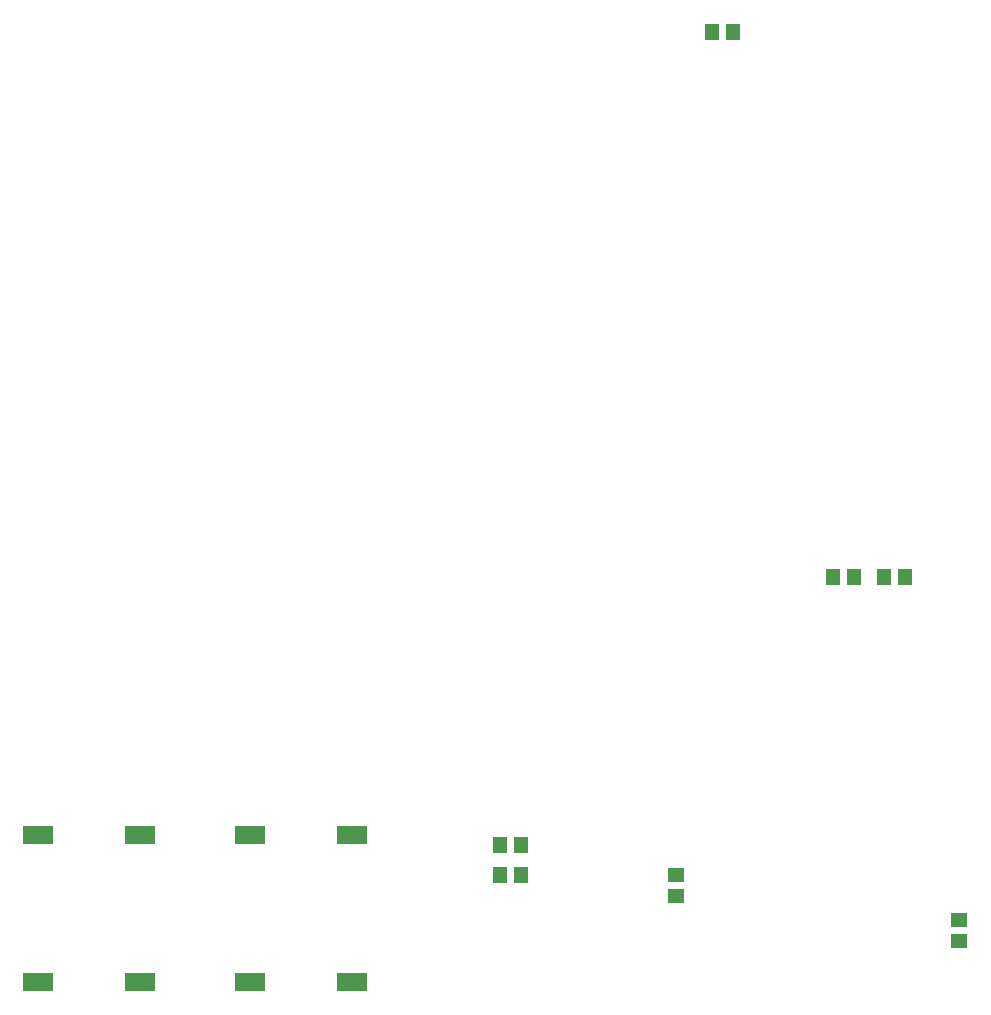
<source format=gtp>
G04*
G04 #@! TF.GenerationSoftware,Altium Limited,Altium Designer,21.0.5 (76)*
G04*
G04 Layer_Color=8421504*
%FSLAX24Y24*%
%MOIN*%
G70*
G04*
G04 #@! TF.SameCoordinates,1F1A31E2-E608-47EA-9DE2-FAD69E6EB028*
G04*
G04*
G04 #@! TF.FilePolarity,Positive*
G04*
G01*
G75*
%ADD17R,0.0579X0.0457*%
%ADD18R,0.0457X0.0579*%
%ADD19R,0.0984X0.0591*%
D17*
X33500Y5350D02*
D03*
Y4650D02*
D03*
X24055Y6150D02*
D03*
Y6850D02*
D03*
D18*
X29299Y16800D02*
D03*
X30000D02*
D03*
X31701D02*
D03*
X31000D02*
D03*
X25250Y34950D02*
D03*
X25950D02*
D03*
X18200Y6850D02*
D03*
X18901D02*
D03*
X18200Y7850D02*
D03*
X18901D02*
D03*
D19*
X2800Y3300D02*
D03*
X6200D02*
D03*
X9850D02*
D03*
X13250D02*
D03*
X2800Y8200D02*
D03*
X6200D02*
D03*
X9850D02*
D03*
X13250D02*
D03*
M02*

</source>
